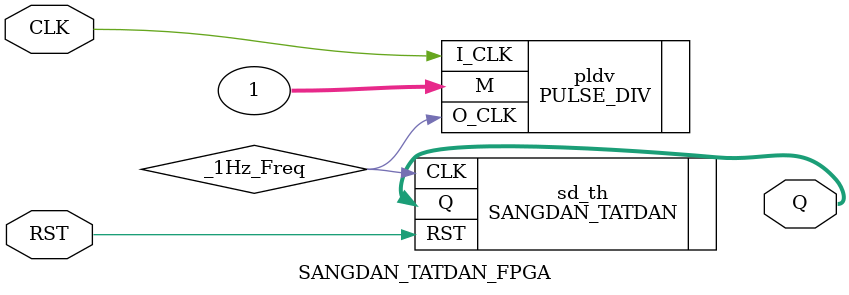
<source format=v>
`timescale 1ns/1ps
`include "SANG_DAN_TAT_DAN.v"
`include "PULSE_DIV.v"

module SANGDAN_TATDAN_FPGA(
    input CLK,
    input RST,
    output reg [7:0] Q
);
    wire _1Hz_Freq;
    PULSE_DIV pldv(
        .I_CLK(CLK),
        .O_CLK(_1Hz_Freq),
        .M(1)
    );
    SANGDAN_TATDAN sd_th(
        .CLK(_1Hz_Freq),
        .RST(RST),
        .Q(Q)
    );

endmodule
</source>
